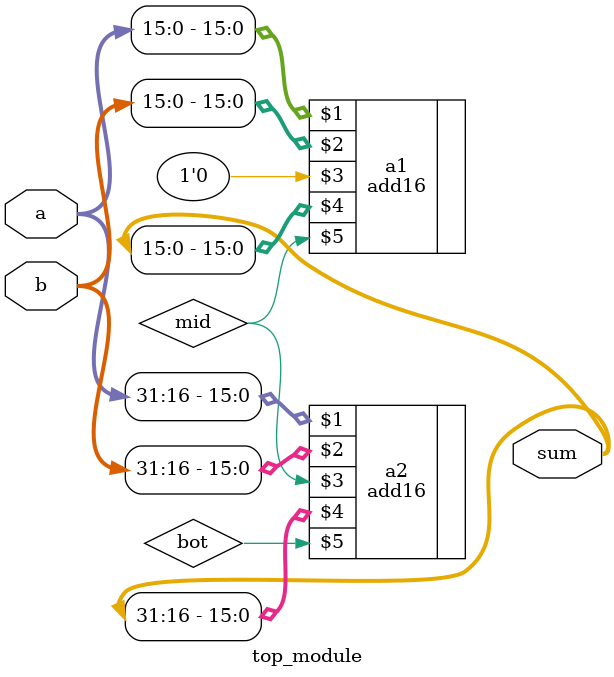
<source format=v>
module top_module(
    input [31:0] a,
    input [31:0] b,
    output [31:0] sum
);
    wire mid,bot;
    add16 a1(a[15:0],b[15:0],1'b0,sum[15:0],mid);
    add16 a2(a[31:16],b[31:16],mid,sum[31:16],bot);
endmodule

</source>
